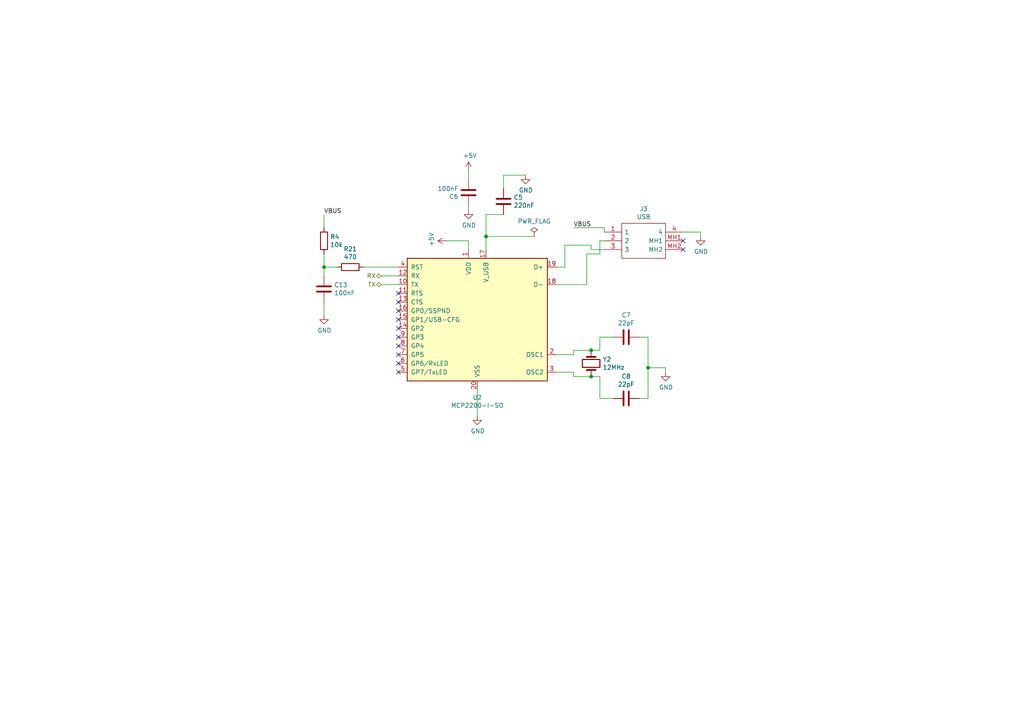
<source format=kicad_sch>
(kicad_sch (version 20211123) (generator eeschema)
  (paper "A4")
  (lib_symbols
    (symbol "Device:C" (pin_numbers hide) (pin_names (offset 0.254))
      (property "Reference" "C" (at 0.635 2.54 0))
      (property "Value" "C" (at 0.635 -2.54 0))
      (symbol "C_0_1"
        (polyline (pts (xy -2.032 -0.762) (xy 2.032 -0.762)) (stroke (width 0.508)))
        (polyline (pts (xy -2.032 0.762) (xy 2.032 0.762)) (stroke (width 0.508)))
      )
      (symbol "C_1_1"
        (pin passive line (at 0 3.81 270) (length 2.794) (name "~") (number "1"))
        (pin passive line (at 0 -3.81 90) (length 2.794) (name "~") (number "2"))
      )
    )
    (symbol "Device:Crystal" (pin_numbers hide) (pin_names (offset 1.016) hide)
      (property "Reference" "Y" (at 0 3.81 0))
      (property "Value" "Crystal" (at 0 -3.81 0))
      (symbol "Crystal_0_1"
        (rectangle (start -1.143 2.54) (end 1.143 -2.54) (stroke (width 0.3048)))
        (polyline (pts (xy -2.54 0) (xy -1.905 0)))
        (polyline (pts (xy -1.905 -1.27) (xy -1.905 1.27)) (stroke (width 0.508)))
        (polyline (pts (xy 1.905 -1.27) (xy 1.905 1.27)) (stroke (width 0.508)))
        (polyline (pts (xy 2.54 0) (xy 1.905 0)))
      )
      (symbol "Crystal_1_1"
        (pin passive line (at -3.81 0 0) (length 1.27) (name "1") (number "1"))
        (pin passive line (at 3.81 0 180) (length 1.27) (name "2") (number "2"))
      )
    )
    (symbol "Device:R" (pin_numbers hide) (pin_names (offset 0))
      (property "Reference" "R" (at 2.032 0 90))
      (property "Value" "R" (at 0 0 90))
      (symbol "R_0_1"
        (rectangle (start -1.016 -2.54) (end 1.016 2.54) (stroke (width 0.254)))
      )
      (symbol "R_1_1"
        (pin passive line (at 0 3.81 270) (length 1.27) (name "~") (number "1"))
        (pin passive line (at 0 -3.81 90) (length 1.27) (name "~") (number "2"))
      )
    )
    (symbol "Interface_USB:MCP2200-I-SO" (pin_names (offset 1.016))
      (property "Reference" "U" (at -20.32 -19.05 0))
      (property "Value" "MCP2200-I-SO" (at -20.32 19.05 0))
      (symbol "MCP2200-I-SO_0_1"
        (rectangle (start -20.32 17.78) (end 20.32 -17.78) (stroke (width 0.254)) (fill (type background)))
      )
      (symbol "MCP2200-I-SO_1_1"
        (pin power_in line (at -2.54 20.32 270) (length 2.54) (name "VDD") (number "1"))
        (pin output line (at -22.86 10.16 0) (length 2.54) (name "TX") (number "10"))
        (pin output line (at -22.86 7.62 0) (length 2.54) (name "RTS") (number "11"))
        (pin input line (at -22.86 12.7 0) (length 2.54) (name "RX") (number "12"))
        (pin input line (at -22.86 5.08 0) (length 2.54) (name "CTS") (number "13"))
        (pin bidirectional line (at -22.86 -2.54 0) (length 2.54) (name "GP2") (number "14"))
        (pin bidirectional line (at -22.86 0 0) (length 2.54) (name "GP1/USB-CFG") (number "15"))
        (pin bidirectional line (at -22.86 2.54 0) (length 2.54) (name "GP0/SSPND") (number "16"))
        (pin power_in line (at 2.54 20.32 270) (length 2.54) (name "V_USB") (number "17"))
        (pin bidirectional line (at 22.86 10.16 180) (length 2.54) (name "D-") (number "18"))
        (pin bidirectional line (at 22.86 15.24 180) (length 2.54) (name "D+") (number "19"))
        (pin input line (at 22.86 -10.16 180) (length 2.54) (name "OSC1") (number "2"))
        (pin power_in line (at 0 -20.32 90) (length 2.54) (name "VSS") (number "20"))
        (pin output line (at 22.86 -15.24 180) (length 2.54) (name "OSC2") (number "3"))
        (pin input line (at -22.86 15.24 0) (length 2.54) (name "RST") (number "4"))
        (pin bidirectional line (at -22.86 -15.24 0) (length 2.54) (name "GP7/TxLED") (number "5"))
        (pin bidirectional line (at -22.86 -12.7 0) (length 2.54) (name "GP6/RxLED") (number "6"))
        (pin bidirectional line (at -22.86 -10.16 0) (length 2.54) (name "GP5") (number "7"))
        (pin bidirectional line (at -22.86 -7.62 0) (length 2.54) (name "GP4") (number "8"))
        (pin bidirectional line (at -22.86 -5.08 0) (length 2.54) (name "GP3") (number "9"))
      )
    )
    (symbol "SamacSys_Parts:897-43-004-90-000000" (pin_names (offset 0.762))
      (property "Reference" "J" (at 19.05 7.62 0))
      (property "Value" "897-43-004-90-000000" (at 19.05 5.08 0))
      (symbol "897-43-004-90-000000_0_0"
        (pin passive line (at 0 0 0) (length 5.08) (name "1") (number "1"))
        (pin passive line (at 0 -2.54 0) (length 5.08) (name "2") (number "2"))
        (pin passive line (at 0 -5.08 0) (length 5.08) (name "3") (number "3"))
        (pin passive line (at 22.86 0 180) (length 5.08) (name "4") (number "4"))
        (pin passive line (at 22.86 -2.54 180) (length 5.08) (name "MH1") (number "MH1"))
        (pin passive line (at 22.86 -5.08 180) (length 5.08) (name "MH2") (number "MH2"))
      )
      (symbol "897-43-004-90-000000_0_1"
        (polyline (pts (xy 5.08 2.54) (xy 17.78 2.54) (xy 17.78 -7.62) (xy 5.08 -7.62) (xy 5.08 2.54)) (stroke (width 0.1524)))
      )
    )
    (symbol "power:+5V" (power) (pin_names (offset 0))
      (property "Value" "+5V" (at 0 3.556 0))
      (symbol "+5V_0_1"
        (polyline (pts (xy -0.762 1.27) (xy 0 2.54)))
        (polyline (pts (xy 0 0) (xy 0 2.54)))
        (polyline (pts (xy 0 2.54) (xy 0.762 1.27)))
      )
      (symbol "+5V_1_1"
        (pin power_in line (at 0 0 90) (length 0) hide (name "+5V") (number "1"))
      )
    )
    (symbol "power:GND" (power) (pin_names (offset 0))
      (property "Value" "GND" (at 0 -3.81 0))
      (symbol "GND_0_1"
        (polyline (pts (xy 0 0) (xy 0 -1.27) (xy 1.27 -1.27) (xy 0 -2.54) (xy -1.27 -1.27) (xy 0 -1.27)))
      )
      (symbol "GND_1_1"
        (pin power_in line (at 0 0 270) (length 0) hide (name "GND") (number "1"))
      )
    )
    (symbol "power:PWR_FLAG" (power) (pin_numbers hide) (pin_names (offset 0) hide)
      (property "Value" "PWR_FLAG" (at 0 3.81 0))
      (symbol "PWR_FLAG_0_0"
        (pin power_out line (at 0 0 90) (length 0) (name "pwr") (number "1"))
      )
      (symbol "PWR_FLAG_0_1"
        (polyline (pts (xy 0 0) (xy 0 1.27) (xy -1.016 1.905) (xy 0 2.54) (xy 1.016 1.905) (xy 0 1.27)))
      )
    )
  )
  (junction (at 171.45 101.6))
  (junction (at 93.98 77.47))
  (junction (at 187.96 106.68))
  (junction (at 140.97 68.58))
  (junction (at 171.45 109.22))
  (no_connect (at 115.57 105.41))
  (no_connect (at 115.57 107.95))
  (no_connect (at 115.57 90.17))
  (no_connect (at 115.57 87.63))
  (no_connect (at 115.57 92.71))
  (no_connect (at 115.57 102.87))
  (no_connect (at 198.12 72.39))
  (no_connect (at 198.12 69.85))
  (no_connect (at 115.57 85.09))
  (no_connect (at 115.57 100.33))
  (no_connect (at 115.57 97.79))
  (no_connect (at 115.57 95.25))
  (wire (pts (xy 140.97 62.23) (xy 146.05 62.23)))
  (wire (pts (xy 171.45 109.22) (xy 173.99 109.22)))
  (wire (pts (xy 173.99 97.79) (xy 177.8 97.79)))
  (wire (pts (xy 163.83 71.12) (xy 171.45 71.12)))
  (wire (pts (xy 198.12 67.31) (xy 203.2 67.31)))
  (wire (pts (xy 140.97 68.58) (xy 140.97 72.39)))
  (wire (pts (xy 203.2 67.31) (xy 203.2 68.58)))
  (wire (pts (xy 93.98 80.01) (xy 93.98 77.47)))
  (wire (pts (xy 93.98 73.66) (xy 93.98 77.47)))
  (wire (pts (xy 93.98 77.47) (xy 97.79 77.47)))
  (wire (pts (xy 138.43 120.65) (xy 138.43 113.03)))
  (wire (pts (xy 161.29 102.87) (xy 166.37 102.87)))
  (wire (pts (xy 110.49 82.55) (xy 115.57 82.55)))
  (wire (pts (xy 135.89 60.96) (xy 135.89 59.69)))
  (wire (pts (xy 171.45 72.39) (xy 175.26 72.39)))
  (wire (pts (xy 173.99 69.85) (xy 173.99 73.66)))
  (wire (pts (xy 166.37 107.95) (xy 166.37 109.22)))
  (wire (pts (xy 187.96 115.57) (xy 187.96 106.68)))
  (wire (pts (xy 93.98 91.44) (xy 93.98 87.63)))
  (wire (pts (xy 175.26 66.04) (xy 175.26 67.31)))
  (wire (pts (xy 193.04 106.68) (xy 193.04 107.95)))
  (wire (pts (xy 187.96 106.68) (xy 187.96 97.79)))
  (wire (pts (xy 140.97 68.58) (xy 154.94 68.58)))
  (wire (pts (xy 110.49 80.01) (xy 115.57 80.01)))
  (wire (pts (xy 185.42 97.79) (xy 187.96 97.79)))
  (wire (pts (xy 163.83 71.12) (xy 163.83 77.47)))
  (wire (pts (xy 166.37 101.6) (xy 171.45 101.6)))
  (wire (pts (xy 173.99 69.85) (xy 175.26 69.85)))
  (wire (pts (xy 135.89 49.53) (xy 135.89 52.07)))
  (wire (pts (xy 163.83 77.47) (xy 161.29 77.47)))
  (wire (pts (xy 173.99 109.22) (xy 173.99 115.57)))
  (wire (pts (xy 166.37 102.87) (xy 166.37 101.6)))
  (wire (pts (xy 146.05 54.61) (xy 146.05 50.8)))
  (wire (pts (xy 93.98 66.04) (xy 93.98 62.23)))
  (wire (pts (xy 173.99 115.57) (xy 177.8 115.57)))
  (wire (pts (xy 161.29 107.95) (xy 166.37 107.95)))
  (wire (pts (xy 185.42 115.57) (xy 187.96 115.57)))
  (wire (pts (xy 170.18 73.66) (xy 170.18 82.55)))
  (wire (pts (xy 187.96 106.68) (xy 193.04 106.68)))
  (wire (pts (xy 166.37 109.22) (xy 171.45 109.22)))
  (wire (pts (xy 105.41 77.47) (xy 115.57 77.47)))
  (wire (pts (xy 146.05 50.8) (xy 152.4 50.8)))
  (wire (pts (xy 135.89 69.85) (xy 135.89 72.39)))
  (wire (pts (xy 129.54 69.85) (xy 135.89 69.85)))
  (wire (pts (xy 173.99 101.6) (xy 173.99 97.79)))
  (wire (pts (xy 166.37 66.04) (xy 175.26 66.04)))
  (wire (pts (xy 173.99 73.66) (xy 170.18 73.66)))
  (wire (pts (xy 171.45 101.6) (xy 173.99 101.6)))
  (wire (pts (xy 140.97 62.23) (xy 140.97 68.58)))
  (wire (pts (xy 170.18 82.55) (xy 161.29 82.55)))
  (wire (pts (xy 171.45 71.12) (xy 171.45 72.39)))
  (label "VBUS" (at 166.37 66.04 0))
  (label "VBUS" (at 93.98 62.23 0))
  (hierarchical_label "RX" (shape bidirectional) (at 110.49 80.01 180))
  (hierarchical_label "TX" (shape bidirectional) (at 110.49 82.55 180))
  (symbol (lib_id "Interface_USB:MCP2200-I-SO") (at 138.43 92.71 0) (unit 1)
    (property "Reference" "U2" (at 138.43 115.2906 0))
    (property "Value" "MCP2200-I-SO" (at 138.43 117.602 0))
    (property "Footprint" "Package_SO:SOIC-20W_7.5x12.8mm_P1.27mm" (effects hide))
    (property "Datasheet" "http://ww1.microchip.com/downloads/en/DeviceDoc/200022228D.pdf" (effects hide))
  )
  (symbol (lib_id "power:GND") (at 138.43 120.65 0) (unit 1)
    (property "Reference" "#PWR0114" (effects hide))
    (property "Value" "GND" (at 138.557 125.0442 0))
  )
  (symbol (lib_id "Device:Crystal") (at 171.45 105.41 270) (unit 1)
    (property "Reference" "Y2" (at 174.7774 104.2416 90) (effects (justify left)))
    (property "Value" "12MHz" (at 174.7774 106.553 90) (effects (justify left)))
    (property "Footprint" "Crystal:Crystal_HC49-4H_Vertical" (effects hide))
  )
  (symbol (lib_id "power:GND") (at 193.04 107.95 0) (unit 1)
    (property "Reference" "#PWR0116" (effects hide))
    (property "Value" "GND" (at 193.167 112.3442 0))
  )
  (symbol (lib_id "Device:C") (at 181.61 115.57 90) (unit 1)
    (property "Reference" "C8" (at 181.61 109.1692 90))
    (property "Value" "22pF" (at 181.61 111.4806 90))
    (property "Footprint" "Capacitor_SMD:C_0805_2012Metric_Pad1.18x1.45mm_HandSolder" (effects hide))
  )
  (symbol (lib_id "Device:C") (at 181.61 97.79 270) (unit 1)
    (property "Reference" "C7" (at 181.61 91.3892 90))
    (property "Value" "22pF" (at 181.61 93.7006 90))
    (property "Footprint" "Capacitor_SMD:C_0805_2012Metric_Pad1.18x1.45mm_HandSolder" (effects hide))
  )
  (symbol (lib_id "Device:C") (at 135.89 55.88 180) (unit 1)
    (property "Reference" "C6" (at 132.969 57.0484 0) (effects (justify left)))
    (property "Value" "100nF" (at 132.969 54.737 0) (effects (justify left)))
    (property "Footprint" "Capacitor_SMD:C_0805_2012Metric_Pad1.18x1.45mm_HandSolder" (effects hide))
  )
  (symbol (lib_id "power:GND") (at 135.89 60.96 0) (unit 1)
    (property "Reference" "#PWR0117" (effects hide))
    (property "Value" "GND" (at 136.017 65.3542 0))
  )
  (symbol (lib_id "Device:R") (at 93.98 69.85 0) (unit 1)
    (property "Reference" "R4" (at 95.758 68.6816 0) (effects (justify left)))
    (property "Value" "10k" (at 95.758 70.993 0) (effects (justify left)))
    (property "Footprint" "Resistor_SMD:R_0805_2012Metric_Pad1.20x1.40mm_HandSolder" (effects hide))
  )
  (symbol (lib_id "Device:C") (at 146.05 58.42 0) (unit 1)
    (property "Reference" "C5" (at 148.971 57.2516 0) (effects (justify left)))
    (property "Value" "220nF" (at 148.971 59.563 0) (effects (justify left)))
    (property "Footprint" "Capacitor_SMD:C_0805_2012Metric_Pad1.18x1.45mm_HandSolder" (effects hide))
  )
  (symbol (lib_id "power:GND") (at 152.4 50.8 0) (unit 1)
    (property "Reference" "#PWR0118" (effects hide))
    (property "Value" "GND" (at 152.527 55.1942 0))
  )
  (symbol (lib_id "Device:R") (at 101.6 77.47 90) (unit 1)
    (property "Reference" "R21" (at 101.6 72.2122 90))
    (property "Value" "470" (at 101.6 74.5236 90))
    (property "Footprint" "Resistor_SMD:R_0805_2012Metric_Pad1.20x1.40mm_HandSolder" (effects hide))
  )
  (symbol (lib_id "Device:C") (at 93.98 83.82 0) (unit 1)
    (property "Reference" "C13" (at 96.901 82.6516 0) (effects (justify left)))
    (property "Value" "100nF" (at 96.901 84.963 0) (effects (justify left)))
    (property "Footprint" "Capacitor_SMD:C_0805_2012Metric_Pad1.18x1.45mm_HandSolder" (effects hide))
  )
  (symbol (lib_id "power:GND") (at 93.98 91.44 0) (unit 1)
    (property "Reference" "#PWR0128" (effects hide))
    (property "Value" "GND" (at 94.107 95.8342 0))
  )
  (symbol (lib_id "power:PWR_FLAG") (at 154.94 68.58 0) (unit 1)
    (property "Reference" "#FLG0102" (effects hide))
    (property "Value" "PWR_FLAG" (at 154.94 64.1858 0))
  )
  (symbol (lib_id "SamacSys_Parts:897-43-004-90-000000") (at 175.26 67.31 0) (unit 1)
    (property "Reference" "J3" (at 186.69 60.579 0))
    (property "Value" "USB" (at 186.69 62.8904 0))
    (property "Footprint" "SamacSys_Parts:8974300490000000" (effects hide))
    (property "Datasheet" "https://www.mill-max.com/assets/pdfs/metric/148M.pdf" (effects hide))
    (property "Description" "MILL MAX - 897-43-004-90-000000 - USB, 2.0 TYPE B, RECEPTACLE, SMT" (effects hide))
    (property "Height" "11" (effects hide))
    (property "Mouser Part Number" "575-8974349" (effects hide))
    (property "Mouser Price/Stock" "https://www.mouser.co.uk/ProductDetail/Mill-Max/897-43-004-90-000000?qs=x6EjVpvqMVNM0AotjG3j0A%3D%3D" (effects hide))
    (property "Manufacturer_Name" "Mill-Max" (effects hide))
    (property "Manufacturer_Part_Number" "897-43-004-90-000000" (effects hide))
  )
  (symbol (lib_id "power:GND") (at 203.2 68.58 0) (unit 1)
    (property "Reference" "#PWR0140" (effects hide))
    (property "Value" "GND" (at 203.327 72.9742 0))
  )
  (symbol (lib_id "power:+5V") (at 129.54 69.85 90) (unit 1)
    (property "Reference" "#PWR0142" (effects hide))
    (property "Value" "+5V" (at 125.1458 69.469 0))
  )
  (symbol (lib_id "power:+5V") (at 135.89 49.53 0) (unit 1)
    (property "Reference" "#PWR0139" (effects hide))
    (property "Value" "+5V" (at 136.271 45.1358 0))
  )
)
</source>
